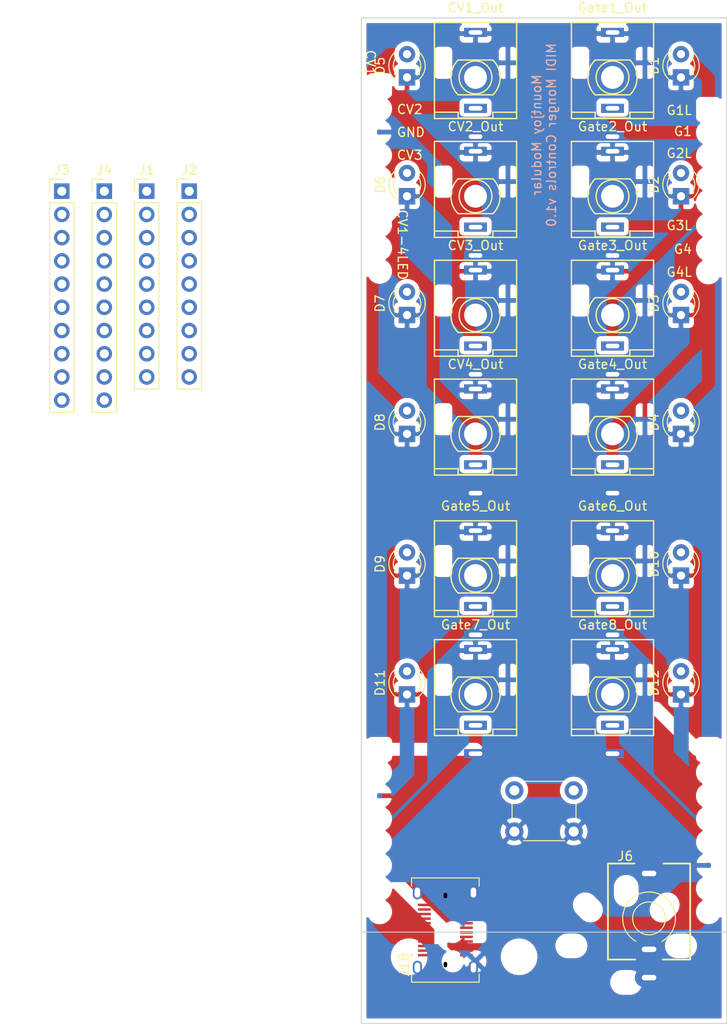
<source format=kicad_pcb>
(kicad_pcb (version 20240108) (generator "pcbnew") (generator_version "8.0")
  (layers (0 "F.Cu" signal) (31 "B.Cu" signal) (34 "B.Paste" user) (35 "F.Paste" user) (36 "B.SilkS" user "B.Silkscreen") (37 "F.SilkS" user "F.Silkscreen") (38 "B.Mask" user) (39 "F.Mask" user) (44 "Edge.Cuts" user))
  (net 0 "")
  (net 1 "GND")
  (net 2 "/GATE1_LED_OUT")
  (net 3 "/GATE2_LED_OUT")
  (net 4 "/GATE3_LED_OUT")
  (net 5 "/GATE4_LED_OUT")
  (net 6 "/CV1_LED_OUT")
  (net 7 "/CV2_LED_OUT")
  (net 8 "/CV3_LED_OUT")
  (net 9 "/CV4_LED_OUT")
  (net 10 "/GATE5_LED_OUT")
  (net 11 "/GATE6_LED_OUT")
  (net 12 "/GATE7_LED_OUT")
  (net 13 "/GATE8_LED_OUT")
  (net 14 "/GATE7_OUT")
  (net 15 "/GATE3_OUT")
  (net 16 "/GATE1_OUT")
  (net 17 "/GATE5_OUT")
  (net 18 "/GATE8_OUT")
  (net 19 "/GATE4_OUT")
  (net 20 "/GATE6_OUT")
  (net 21 "/GATE2_OUT")
  (net 22 "/NRST")
  (net 23 "/MIDI_VREF")
  (net 24 "+5V")
  (net 25 "/MIDI_DATA")
  (net 27 "/CV4_OUT")
  (net 28 "/CV1_OUT")
  (net 30 "/MODE_SWITCH")
  (net 31 "/USB_DP")
  (net 32 "/USB_VBUS")
  (net 33 "/CV3_OUT")
  (net 34 "/USB_DM")
  (net 35 "/CV2_OUT")
  (footprint "LED_THT:LED_D3.0mm_FlatTop" (layer "F.Cu") (at 131 46.5 90)
    (property "Reference" "D1" (at 1.27 -2.96 90) (layer "F.SilkS"))
    (property "Value" "GATE1")
    (pad "1" thru_hole rect (at 0 0 90) (size 1.8 1.8) (drill 0.9) (layers "*.Cu" "*.Mask") (net 1 "GND"))
    (pad "2" thru_hole circle (at 2.54 0 90) (size 1.8 1.8) (drill 0.9) (layers "*.Cu" "*.Mask") (net 2 "/GATE1_LED_OUT"))
  )
  (footprint "LED_THT:LED_D3.0mm_FlatTop" (layer "F.Cu") (at 131 59.5 90)
    (property "Reference" "D2" (at 1.27 -2.96 90) (layer "F.SilkS"))
    (property "Value" "GATE2")
    (pad "1" thru_hole rect (at 0 0 90) (size 1.8 1.8) (drill 0.9) (layers "*.Cu" "*.Mask") (net 1 "GND"))
    (pad "2" thru_hole circle (at 2.54 0 90) (size 1.8 1.8) (drill 0.9) (layers "*.Cu" "*.Mask") (net 3 "/GATE2_LED_OUT"))
  )
  (footprint "LED_THT:LED_D3.0mm_FlatTop" (layer "F.Cu") (at 131 85.5 90)
    (property "Reference" "D4" (at 1.27 -2.96 90) (layer "F.SilkS"))
    (property "Value" "GATE4")
    (pad "1" thru_hole rect (at 0 0 90) (size 1.8 1.8) (drill 0.9) (layers "*.Cu" "*.Mask") (net 1 "GND"))
    (pad "2" thru_hole circle (at 2.54 0 90) (size 1.8 1.8) (drill 0.9) (layers "*.Cu" "*.Mask") (net 5 "/GATE4_LED_OUT"))
  )
  (footprint "LED_THT:LED_D3.0mm_FlatTop" (layer "F.Cu") (at 101 59.5 90)
    (property "Reference" "D6" (at 1.27 -2.96 90) (layer "F.SilkS"))
    (property "Value" "CV2")
    (pad "1" thru_hole rect (at 0 0 90) (size 1.8 1.8) (drill 0.9) (layers "*.Cu" "*.Mask") (net 1 "GND"))
    (pad "2" thru_hole circle (at 2.54 0 90) (size 1.8 1.8) (drill 0.9) (layers "*.Cu" "*.Mask") (net 7 "/CV2_LED_OUT"))
  )
  (footprint "LED_THT:LED_D3.0mm_FlatTop" (layer "F.Cu") (at 101 72.5 90)
    (property "Reference" "D7" (at 1.27 -2.96 90) (layer "F.SilkS"))
    (property "Value" "CV3")
    (pad "1" thru_hole rect (at 0 0 90) (size 1.8 1.8) (drill 0.9) (layers "*.Cu" "*.Mask") (net 1 "GND"))
    (pad "2" thru_hole circle (at 2.54 0 90) (size 1.8 1.8) (drill 0.9) (layers "*.Cu" "*.Mask") (net 8 "/CV3_LED_OUT"))
  )
  (footprint "LED_THT:LED_D3.0mm_FlatTop" (layer "F.Cu") (at 101 85.5 90)
    (property "Reference" "D8" (at 1.27 -2.96 90) (layer "F.SilkS"))
    (property "Value" "CV4")
    (pad "1" thru_hole rect (at 0 0 90) (size 1.8 1.8) (drill 0.9) (layers "*.Cu" "*.Mask") (net 1 "GND"))
    (pad "2" thru_hole circle (at 2.54 0 90) (size 1.8 1.8) (drill 0.9) (layers "*.Cu" "*.Mask") (net 9 "/CV4_LED_OUT"))
  )
  (footprint "LED_THT:LED_D3.0mm_FlatTop" (layer "F.Cu") (at 131 101 90)
    (property "Reference" "D10" (at 1.27 -2.96 90) (layer "F.SilkS"))
    (property "Value" "GATE6")
    (pad "1" thru_hole rect (at 0 0 90) (size 1.8 1.8) (drill 0.9) (layers "*.Cu" "*.Mask") (net 1 "GND"))
    (pad "2" thru_hole circle (at 2.54 0 90) (size 1.8 1.8) (drill 0.9) (layers "*.Cu" "*.Mask") (net 11 "/GATE6_LED_OUT"))
  )
  (footprint "LED_THT:LED_D3.0mm_FlatTop" (layer "F.Cu") (at 101 114 90)
    (property "Reference" "D11" (at 1.27 -2.96 90) (layer "F.SilkS"))
    (property "Value" "GATE7")
    (pad "1" thru_hole rect (at 0 0 90) (size 1.8 1.8) (drill 0.9) (layers "*.Cu" "*.Mask") (net 1 "GND"))
    (pad "2" thru_hole circle (at 2.54 0 90) (size 1.8 1.8) (drill 0.9) (layers "*.Cu" "*.Mask") (net 12 "/GATE7_LED_OUT"))
  )
  (footprint "Custom_Footprints:THONKICONN_hole" (layer "F.Cu") (at 123.5 72.5)
    (property "Reference" "J5" (hide yes))
    (property "Value" "Gate3_Out" (at 0 -7.62 0) (layer "F.SilkS"))
    (pad "" np_thru_hole circle (at 0 0) (size 2.5 2.5) (drill 2.5) (layers "*.Cu" "*.Mask"))
    (pad "1" thru_hole rect (at 0 6.48) (size 2.5 1) (drill oval 1.5 0.5) (layers "*.Cu" "*.Mask") (net 1 "GND"))
    (pad "2" thru_hole rect (at 0 3.38) (size 2.5 1) (drill oval 1.5 0.5) (layers "*.Cu" "*.Mask"))
    (pad "3" thru_hole rect (at 0 -4.92) (size 2.5 1) (drill oval 1.5 0.5) (layers "*.Cu" "*.Mask") (net 15 "/GATE3_OUT"))
  )
  (footprint "Custom_Footprints:THONKICONN_hole" (layer "F.Cu") (at 123.5 85.5)
    (property "Reference" "J7" (hide yes))
    (property "Value" "Gate4_Out" (at 0 -7.62 0) (layer "F.SilkS"))
    (pad "" np_thru_hole circle (at 0 0) (size 2.5 2.5) (drill 2.5) (layers "*.Cu" "*.Mask"))
    (pad "1" thru_hole rect (at 0 6.48) (size 2.5 1) (drill oval 1.5 0.5) (layers "*.Cu" "*.Mask") (net 1 "GND"))
    (pad "2" thru_hole rect (at 0 3.38) (size 2.5 1) (drill oval 1.5 0.5) (layers "*.Cu" "*.Mask"))
    (pad "3" thru_hole rect (at 0 -4.92) (size 2.5 1) (drill oval 1.5 0.5) (layers "*.Cu" "*.Mask") (net 19 "/GATE4_OUT"))
  )
  (footprint "Custom_Footprints:THONKICONN_hole" (layer "F.Cu") (at 123.5 46.5)
    (property "Reference" "J8" (hide yes))
    (property "Value" "Gate1_Out" (at 0 -7.62 0) (layer "F.SilkS"))
    (pad "" np_thru_hole circle (at 0 0) (size 2.5 2.5) (drill 2.5) (layers "*.Cu" "*.Mask"))
    (pad "1" thru_hole rect (at 0 6.48) (size 2.5 1) (drill oval 1.5 0.5) (layers "*.Cu" "*.Mask") (net 1 "GND"))
    (pad "2" thru_hole rect (at 0 3.38) (size 2.5 1) (drill oval 1.5 0.5) (layers "*.Cu" "*.Mask"))
    (pad "3" thru_hole rect (at 0 -4.92) (size 2.5 1) (drill oval 1.5 0.5) (layers "*.Cu" "*.Mask") (net 16 "/GATE1_OUT"))
  )
  (footprint "Custom_Footprints:THONKICONN_hole" (layer "F.Cu") (at 123.5 59.5)
    (property "Reference" "J9" (hide yes))
    (property "Value" "Gate2_Out" (at 0 -7.62 0) (layer "F.SilkS"))
    (pad "" np_thru_hole circle (at 0 0) (size 2.5 2.5) (drill 2.5) (layers "*.Cu" "*.Mask"))
    (pad "1" thru_hole rect (at 0 6.48) (size 2.5 1) (drill oval 1.5 0.5) (layers "*.Cu" "*.Mask") (net 1 "GND"))
    (pad "2" thru_hole rect (at 0 3.38) (size 2.5 1) (drill oval 1.5 0.5) (layers "*.Cu" "*.Mask"))
    (pad "3" thru_hole rect (at 0 -4.92) (size 2.5 1) (drill oval 1.5 0.5) (layers "*.Cu" "*.Mask") (net 21 "/GATE2_OUT"))
  )
  (footprint "Custom_Footprints:THONKICONN_hole" (layer "F.Cu") (at 123.5 101)
    (property "Reference" "J11" (hide yes))
    (property "Value" "Gate6_Out" (at 0 -7.62 0) (layer "F.SilkS"))
    (pad "" np_thru_hole circle (at 0 0) (size 2.5 2.5) (drill 2.5) (layers "*.Cu" "*.Mask"))
    (pad "1" thru_hole rect (at 0 6.48) (size 2.5 1) (drill oval 1.5 0.5) (layers "*.Cu" "*.Mask") (net 1 "GND"))
    (pad "2" thru_hole rect (at 0 3.38) (size 2.5 1) (drill oval 1.5 0.5) (layers "*.Cu" "*.Mask"))
    (pad "3" thru_hole rect (at 0 -4.92) (size 2.5 1) (drill oval 1.5 0.5) (layers "*.Cu" "*.Mask") (net 20 "/GATE6_OUT"))
  )
  (footprint "Custom_Footprints:THONKICONN_hole" (layer "F.Cu") (at 108.5 59.5)
    (property "Reference" "J15" (hide yes))
    (property "Value" "CV2_Out" (at 0 -7.62 0) (layer "F.SilkS"))
    (pad "" np_thru_hole circle (at 0 0) (size 2.5 2.5) (drill 2.5) (layers "*.Cu" "*.Mask"))
    (pad "1" thru_hole rect (at 0 6.48) (size 2.5 1) (drill oval 1.5 0.5) (layers "*.Cu" "*.Mask") (net 1 "GND"))
    (pad "2" thru_hole rect (at 0 3.38) (size 2.5 1) (drill oval 1.5 0.5) (layers "*.Cu" "*.Mask"))
    (pad "3" thru_hole rect (at 0 -4.92) (size 2.5 1) (drill oval 1.5 0.5) (layers "*.Cu" "*.Mask") (net 35 "/CV2_OUT"))
  )
  (footprint "Custom_Footprints:THONKICONN_hole" (layer "F.Cu") (at 123.5 114)
    (property "Reference" "J13" (hide yes))
    (property "Value" "Gate8_Out" (at 0 -7.62 0) (layer "F.SilkS"))
    (pad "" np_thru_hole circle (at 0 0) (size 2.5 2.5) (drill 2.5) (layers "*.Cu" "*.Mask"))
    (pad "1" thru_hole rect (at 0 6.48) (size 2.5 1) (drill oval 1.5 0.5) (layers "*.Cu" "*.Mask") (net 1 "GND"))
    (pad "2" thru_hole rect (at 0 3.38) (size 2.5 1) (drill oval 1.5 0.5) (layers "*.Cu" "*.Mask"))
    (pad "3" thru_hole rect (at 0 -4.92) (size 2.5 1) (drill oval 1.5 0.5) (layers "*.Cu" "*.Mask") (net 18 "/GATE8_OUT"))
  )
  (footprint "LED_THT:LED_D3.0mm_FlatTop" (layer "F.Cu") (at 131 114 90)
    (property "Reference" "D12" (at 1.27 -2.96 90) (layer "F.SilkS"))
    (property "Value" "GATE8")
    (pad "1" thru_hole rect (at 0 0 90) (size 1.8 1.8) (drill 0.9) (layers "*.Cu" "*.Mask") (net 1 "GND"))
    (pad "2" thru_hole circle (at 2.54 0 90) (size 1.8 1.8) (drill 0.9) (layers "*.Cu" "*.Mask") (net 13 "/GATE8_LED_OUT"))
  )
  (footprint "Custom_Footprints:THONKICONN_hole" (layer "F.Cu") (at 108.5 85.5)
    (property "Reference" "J17" (hide yes))
    (property "Value" "CV4_Out" (at 0 -7.62 0) (layer "F.SilkS"))
    (pad "" np_thru_hole circle (at 0 0) (size 2.5 2.5) (drill 2.5) (layers "*.Cu" "*.Mask"))
    (pad "1" thru_hole rect (at 0 6.48) (size 2.5 1) (drill oval 1.5 0.5) (layers "*.Cu" "*.Mask") (net 1 "GND"))
    (pad "2" thru_hole rect (at 0 3.38) (size 2.5 1) (drill oval 1.5 0.5) (layers "*.Cu" "*.Mask"))
    (pad "3" thru_hole rect (at 0 -4.92) (size 2.5 1) (drill oval 1.5 0.5) (layers "*.Cu" "*.Mask") (net 27 "/CV4_OUT"))
  )
  (footprint "LED_THT:LED_D3.0mm_FlatTop" (layer "F.Cu") (at 131 72.5 90)
    (property "Reference" "D3" (at 1.27 -2.96 90) (layer "F.SilkS"))
    (property "Value" "GATE3")
    (pad "1" thru_hole rect (at 0 0 90) (size 1.8 1.8) (drill 0.9) (layers "*.Cu" "*.Mask") (net 1 "GND"))
    (pad "2" thru_hole circle (at 2.54 0 90) (size 1.8 1.8) (drill 0.9) (layers "*.Cu" "*.Mask") (net 4 "/GATE3_LED_OUT"))
  )
  (footprint "Custom_Footprints:THONKICONN_hole" (layer "F.Cu") (at 108.5 72.5)
    (property "Reference" "J16" (hide yes))
    (property "Value" "CV3_Out" (at 0 -7.62 0) (layer "F.SilkS"))
    (pad "" np_thru_hole circle (at 0 0) (size 2.5 2.5) (drill 2.5) (layers "*.Cu" "*.Mask"))
    (pad "1" thru_hole rect (at 0 6.48) (size 2.5 1) (drill oval 1.5 0.5) (layers "*.Cu" "*.Mask") (net 1 "GND"))
    (pad "2" thru_hole rect (at 0 3.38) (size 2.5 1) (drill oval 1.5 0.5) (layers "*.Cu" "*.Mask"))
    (pad "3" thru_hole rect (at 0 -4.92) (size 2.5 1) (drill oval 1.5 0.5) (layers "*.Cu" "*.Mask") (net 33 "/CV3_OUT"))
  )
  (footprint "Custom_Footprints:THONKICONN_hole" (layer "F.Cu") (at 108.5 114)
    (property "Reference" "J12" (hide yes))
    (property "Value" "Gate7_Out" (at 0 -7.62 0) (layer "F.SilkS"))
    (pad "" np_thru_hole circle (at 0 0) (size 2.5 2.5) (drill 2.5) (layers "*.Cu" "*.Mask"))
    (pad "1" thru_hole rect (at 0 6.48) (size 2.5 1) (drill oval 1.5 0.5) (layers "*.Cu" "*.Mask") (net 1 "GND"))
    (pad "2" thru_hole rect (at 0 3.38) (size 2.5 1) (drill oval 1.5 0.5) (layers "*.Cu" "*.Mask"))
    (pad "3" thru_hole rect (at 0 -4.92) (size 2.5 1) (drill oval 1.5 0.5) (layers "*.Cu" "*.Mask") (net 14 "/GATE7_OUT"))
  )
  (footprint "LED_THT:LED_D3.0mm_FlatTop" (layer "F.Cu") (at 101 101 90)
    (property "Reference" "D9" (at 1.27 -2.96 90) (layer "F.SilkS"))
    (property "Value" "GATE5")
    (pad "1" thru_hole rect (at 0 0 90) (size 1.8 1.8) (drill 0.9) (layers "*.Cu" "*.Mask") (net 1 "GND"))
    (pad "2" thru_hole circle (at 2.54 0 90) (size 1.8 1.8) (drill 0.9) (layers "*.Cu" "*.Mask") (net 10 "/GATE5_LED_OUT"))
  )
  (footprint "LED_THT:LED_D3.0mm_FlatTop" (layer "F.Cu") (at 101 46.5 90)
    (property "Reference" "D5" (at 1.27 -2.96 90) (layer "F.SilkS"))
    (property "Value" "CV1")
    (pad "1" thru_hole rect (at 0 0 90) (size 1.8 1.8) (drill 0.9) (layers "*.Cu" "*.Mask") (net 1 "GND"))
    (pad "2" thru_hole circle (at 2.54 0 90) (size 1.8 1.8) (drill 0.9) (layers "*.Cu" "*.Mask") (net 6 "/CV1_LED_OUT"))
  )
  (footprint "Custom_Footprints:THONKICONN_hole" (layer "F.Cu") (at 108.5 46.5)
    (property "Reference" "J14" (hide yes))
    (property "Value" "CV1_Out" (at 0 -7.62 0) (layer "F.SilkS"))
    (pad "" np_thru_hole circle (at 0 0) (size 2.5 2.5) (drill 2.5) (layers "*.Cu" "*.Mask"))
    (pad "1" thru_hole rect (at 0 6.48) (size 2.5 1) (drill oval 1.5 0.5) (layers "*.Cu" "*.Mask") (net 1 "GND"))
    (pad "2" thru_hole rect (at 0 3.38) (size 2.5 1) (drill oval 1.5 0.5) (layers "*.Cu" "*.Mask"))
    (pad "3" thru_hole rect (at 0 -4.92) (size 2.5 1) (drill oval 1.5 0.5) (layers "*.Cu" "*.Mask") (net 28 "/CV1_OUT"))
  )
  (footprint "Custom_Footprints:THONKICONN_hole" (layer "F.Cu") (at 108.5 101)
    (property "Reference" "J10" (hide yes))
    (property "Value" "Gate5_Out" (at 0 -7.62 0) (layer "F.SilkS"))
    (pad "" np_thru_hole circle (at 0 0) (size 2.5 2.5) (drill 2.5) (layers "*.Cu" "*.Mask"))
    (pad "1" thru_hole rect (at 0 6.48) (size 2.5 1) (drill oval 1.5 0.5) (layers "*.Cu" "*.Mask") (net 1 "GND"))
    (pad "2" thru_hole rect (at 0 3.38) (size 2.5 1) (drill oval 1.5 0.5) (layers "*.Cu" "*.Mask"))
    (pad "3" thru_hole rect (at 0 -4.92) (size 2.5 1) (drill oval 1.5 0.5) (layers "*.Cu" "*.Mask") (net 17 "/GATE5_OUT"))
  )
  (footprint "Buttons_Switches_THT:SW_PUSH_6mm" (layer "F.Cu") (at 112.75 124.5)
    (property "Reference" "SW1" (hide yes))
    (property "Value" "Reset_Button")
    (pad "1" thru_hole circle (at 0 0 90) (size 2 2) (drill 1.1) (layers "*.Cu" "*.Mask") (net 22 "/NRST"))
    (pad "1" thru_hole circle (at 6.5 0 90) (size 2 2) (drill 1.1) (layers "*.Cu" "*.Mask") (net 22 "/NRST"))
    (pad "2" thru_hole circle (at 0 4.5 90) (size 2 2) (drill 1.1) (layers "*.Cu" "*.Mask") (net 1 "GND"))
    (pad "2" thru_hole circle (at 6.5 4.5 90) (size 2 2) (drill 1.1) (layers "*.Cu" "*.Mask") (net 1 "GND"))
  )
  (footprint "Custom_Footprints:USB_C_Receptacle_Amphenol_12401951E412A" (layer "F.Cu") (at 105.2 139.775 90)
    (property "Reference" "J18" (at -3.8 -4.5 90) (layer "F.SilkS"))
    (property "Value" "USB_C_Receptacle")
    (pad "" np_thru_hole oval (at -3.775 0 90) (size 0.6 0.4) (drill oval 0.6 0.4) (layers "*.Mask"))
    (pad "" np_thru_hole oval (at 3.775 0 90) (size 0.6 0.4) (drill oval 0.6 0.4) (layers "*.Mask"))
    (pad "A1" smd rect (at -2.75 -2.3 90) (size 0.27 1.4) (layers "F.Cu" "F.Paste" "F.Mask") (net 1 "GND"))
    (pad "A2" smd rect (at -2.25 -2.3 90) (size 0.27 1.4) (layers "F.Cu" "F.Paste" "F.Mask"))
    (pad "A3" smd rect (at -1.75 -2.3 90) (size 0.27 1.4) (layers "F.Cu" "F.Paste" "F.Mask"))
    (pad "A4" smd rect (at -1.25 -2.3 90) (size 0.27 1.4) (layers "F.Cu" "F.Paste" "F.Mask") (net 32 "/USB_VBUS"))
    (pad "A5" smd rect (at -0.75 -2.3 90) (size 0.27 1.4) (layers "F.Cu" "F.Paste" "F.Mask"))
    (pad "A6" smd rect (at -0.25 -2.3 90) (size 0.27 1.4) (layers "F.Cu" "F.Paste" "F.Mask") (net 31 "/USB_DP"))
    (pad "A7" smd rect (at 0.25 -2.3 90) (size 0.27 1.4) (layers "F.Cu" "F.Paste" "F.Mask") (net 34 "/USB_DM"))
    (pad "A8" smd rect (at 0.75 -2.3 90) (size 0.27 1.4) (layers "F.Cu" "F.Paste" "F.Mask"))
    (pad "A9" smd rect (at 1.25 -2.3 90) (size 0.27 1.4) (layers "F.Cu" "F.Paste" "F.Mask") (net 32 "/USB_VBUS"))
    (pad "A10" smd rect (at 1.75 -2.3 90) (size 0.27 1.4) (layers "F.Cu" "F.Paste" "F.Mask"))
    (pad "A11" smd rect (at 2.25 -2.3 90) (size 0.27 1.4) (layers "F.Cu" "F.Paste" "F.Mask"))
    (pad "A12" smd rect (at 2.75 -2.3 90) (size 0.27 1.4) (layers "F.Cu" "F.Paste" "F.Mask") (net 1 "GND"))
    (pad "B1" smd rect (at 2.75 2.3 90) (size 0.27 1.4) (layers "F.Cu" "F.Paste" "F.Mask") (net 1 "GND"))
    (pad "B2" smd rect (at 2.25 2.3 90) (size 0.27 1.4) (layers "F.Cu" "F.Paste" "F.Mask"))
    (pad "B3" smd rect (at 1.75 2.3 90) (size 0.27 1.4) (layers "F.Cu" "F.Paste" "F.Mask"))
    (pad "B4" smd rect (at 1.25 2.3 90) (size 0.27 1.4) (layers "F.Cu" "F.Paste" "F.Mask") (net 32 "/USB_VBUS"))
    (pad "B5" smd rect (at 0.75 2.3 90) (size 0.27 1.4) (layers "F.Cu" "F.Paste" "F.Mask"))
    (pad "B6" smd rect (at 0.25 2.3 90) (size 0.27 1.4) (layers "F.Cu" "F.Paste" "F.Mask") (net 31 "/USB_DP"))
    (pad "B7" smd rect (at -0.25 2.3 90) (size 0.27 1.4) (layers "F.Cu" "F.Paste" "F.Mask") (net 34 "/USB_DM"))
    (pad "B8" smd rect (at -0.75 2.3 90) (size 0.27 1.4) (layers "F.Cu" "F.Paste" "F.Mask"))
    (pad "B9" smd rect (at -1.25 2.3 90) (size 0.27 1.4) (layers "F.Cu" "F.Paste" "F.Mask") (net 32 "/USB_VBUS"))
    (pad "B10" smd rect (at -1.75 2.3 90) (size 0.27 1.4) (layers "F.Cu" "F.Paste" "F.Mask"))
    (pad "B11" smd rect (at -2.25 2.3 90) (size 0.27 1.4) (layers "F.Cu" "F.Paste" "F.Mask"))
    (pad "B12" smd rect (at -2.75 2.3 90) (size 0.27 1.4) (layers "F.Cu" "F.Paste" "F.Mask") (net 1 "GND"))
    (pad "S1" thru_hole oval (at -4.1 -3.07 180) (size 1 1.5) (drill oval 0.6 1.1) (layers "*.Cu" "*.Mask") (net 1 "GND"))
    (pad "S1" thru_hole oval (at -4.1 3.07 180) (size 1 1.5) (drill oval 0.6 1.1) (layers "*.Cu" "*.Mask") (net 1 "GND"))
    (pad "S1" thru_hole oval (at 4.1 -3.07 180) (size 1 1.5) (drill oval 0.6 1.1) (layers "*.Cu" "*.Mask") (net 1 "GND"))
    (pad "S1" thru_hole oval (at 4.1 3.07 180) (size 1 1.5) (drill oval 0.6 1.1) (layers "*.Cu" "*.Mask") (net 1 "GND"))
  )
  (footprint "Connector_PinHeader_2.54mm:PinHeader_1x09_P2.54mm_Vertical" (layer "F.Cu") (at 72.5 58.95)
    (property "Reference" "J1" (at 0 -2.33 0) (layer "F.SilkS"))
    (property "Value" "Conn_01x09_Male")
    (pad "1" thru_hole rect (at 0 0) (size 1.7 1.7) (drill 1) (layers "*.Cu" "*.Mask") (net 16 "/GATE1_OUT"))
    (pad "2" thru_hole oval (at 0 2.54) (size 1.7 1.7) (drill 1) (layers "*.Cu" "*.Mask") (net 3 "/GATE2_LED_OUT"))
    (pad "3" thru_hole oval (at 0 5.08) (size 1.7 1.7) (drill 1) (layers "*.Cu" "*.Mask") (net 15 "/GATE3_OUT"))
    (pad "4" thru_hole oval (at 0 7.62) (size 1.7 1.7) (drill 1) (layers "*.Cu" "*.Mask") (net 5 "/GATE4_LED_OUT"))
    (pad "5" thru_hole oval (at 0 10.16) (size 1.7 1.7) (drill 1) (layers "*.Cu" "*.Mask") (net 1 "GND"))
    (pad "6" thru_hole oval (at 0 12.7) (size 1.7 1.7) (drill 1) (layers "*.Cu" "*.Mask") (net 17 "/GATE5_OUT"))
    (pad "7" thru_hole oval (at 0 15.24) (size 1.7 1.7) (drill 1) (layers "*.Cu" "*.Mask") (net 11 "/GATE6_LED_OUT"))
    (pad "8" thru_hole oval (at 0 17.78) (size 1.7 1.7) (drill 1) (layers "*.Cu" "*.Mask") (net 14 "/GATE7_OUT"))
    (pad "9" thru_hole oval (at 0 20.32) (size 1.7 1.7) (drill 1) (layers "*.Cu" "*.Mask") (net 13 "/GATE8_LED_OUT"))
  )
  (footprint "Connector_PinHeader_2.54mm:PinHeader_1x09_P2.54mm_Vertical" (layer "F.Cu") (at 77.15 58.95)
    (property "Reference" "J2" (at 0 -2.33 0) (layer "F.SilkS"))
    (property "Value" "Conn_01x09_Male")
    (pad "1" thru_hole rect (at 0 0) (size 1.7 1.7) (drill 1) (layers "*.Cu" "*.Mask") (net 2 "/GATE1_LED_OUT"))
    (pad "2" thru_hole oval (at 0 2.54) (size 1.7 1.7) (drill 1) (layers "*.Cu" "*.Mask") (net 21 "/GATE2_OUT"))
    (pad "3" thru_hole oval (at 0 5.08) (size 1.7 1.7) (drill 1) (layers "*.Cu" "*.Mask") (net 4 "/GATE3_LED_OUT"))
    (pad "4" thru_hole oval (at 0 7.62) (size 1.7 1.7) (drill 1) (layers "*.Cu" "*.Mask") (net 19 "/GATE4_OUT"))
    (pad "5" thru_hole oval (at 0 10.16) (size 1.7 1.7) (drill 1) (layers "*.Cu" "*.Mask") (net 1 "GND"))
    (pad "6" thru_hole oval (at 0 12.7) (size 1.7 1.7) (drill 1) (layers "*.Cu" "*.Mask") (net 10 "/GATE5_LED_OUT"))
    (pad "7" thru_hole oval (at 0 15.24) (size 1.7 1.7) (drill 1) (layers "*.Cu" "*.Mask") (net 20 "/GATE6_OUT"))
    (pad "8" thru_hole oval (at 0 17.78) (size 1.7 1.7) (drill 1) (layers "*.Cu" "*.Mask") (net 18 "/GATE8_OUT"))
    (pad "9" thru_hole oval (at 0 20.32) (size 1.7 1.7) (drill 1) (layers "*.Cu" "*.Mask") (net 12 "/GATE7_LED_OUT"))
  )
  (footprint "Connector_PinHeader_2.54mm:PinHeader_1x10_P2.54mm_Vertical" (layer "F.Cu") (at 67.85 58.95)
    (property "Reference" "J4" (at 0 -2.33 0) (layer "F.SilkS"))
    (property "Value" "Conn_01x08_Male")
    (pad "1" thru_hole rect (at 0 0) (size 1.7 1.7) (drill 1) (layers "*.Cu" "*.Mask") (net 32 "/USB_VBUS"))
    (pad "2" thru_hole oval (at 0 2.54) (size 1.7 1.7) (drill 1) (layers "*.Cu" "*.Mask") (net 34 "/USB_DM"))
    (pad "3" thru_hole oval (at 0 5.08) (size 1.7 1.7) (drill 1) (layers "*.Cu" "*.Mask") (net 31 "/USB_DP"))
    (pad "4" thru_hole oval (at 0 7.62) (size 1.7 1.7) (drill 1) (layers "*.Cu" "*.Mask") (net 1 "GND"))
    (pad "5" thru_hole oval (at 0 10.16) (size 1.7 1.7) (drill 1) (layers "*.Cu" "*.Mask") (net 33 "/CV3_OUT"))
    (pad "6" thru_hole oval (at 0 12.7) (size 1.7 1.7) (drill 1) (layers "*.Cu" "*.Mask") (net 35 "/CV2_OUT"))
    (pad "7" thru_hole oval (at 0 15.24) (size 1.7 1.7) (drill 1) (layers "*.Cu" "*.Mask") (net 28 "/CV1_OUT"))
    (pad "8" thru_hole oval (at 0 17.78) (size 1.7 1.7) (drill 1) (layers "*.Cu" "*.Mask") (net 27 "/CV4_OUT"))
    (pad "9" thru_hole oval (at 0 20.32) (size 1.7 1.7) (drill 1) (layers "*.Cu" "*.Mask") (net 30 "/MODE_SWITCH"))
    (pad "10" thru_hole oval (at 0 22.86) (size 1.7 1.7) (drill 1) (layers "*.Cu" "*.Mask"))
  )
  (footprint "Custom_Footprints:Thonkiconn_Stereo-PJ366ST" (layer "F.Cu") (at 127.5 138.5)
    (property "Reference" "J6" (at -2.6 -6.8 0) (layer "F.SilkS"))
    (property "Value" "MIDI_IN")
    (pad "R" thru_hole roundrect (at 0 3.38) (size 2.6 2.6) (drill oval 1.6 0.6) (layers "*.Cu" "*.Mask") (net 23 "/MIDI_VREF"))
    (pad "S" thru_hole oval (at 0 6.48) (size 3.1 2.1) (drill oval 1.6 0.6) (layers "*.Cu" "*.Mask"))
    (pad "T" thru_hole roundrect (at 0 -4.92) (size 2.6 2.6) (drill oval 1.6 0.6) (layers "*.Cu" "*.Mask") (net 25 "/MIDI_DATA"))
  )
  (footprint "Connector_PinHeader_2.54mm:PinHeader_1x10_P2.54mm_Vertical" (layer "F.Cu") (at 63.2 58.95)
    (property "Reference" "J3" (at 0 -2.33 0) (layer "F.SilkS"))
    (property "Value" "Conn_01x08_Male")
    (pad "1" thru_hole rect (at 0 0) (size 1.7 1.7) (drill 1) (layers "*.Cu" "*.Mask") (net 22 "/NRST"))
    (pad "2" thru_hole oval (at 0 2.54) (size 1.7 1.7) (drill 1) (layers "*.Cu" "*.Mask") (net 6 "/CV1_LED_OUT"))
    (pad "3" thru_hole oval (at 0 5.08) (size 1.7 1.7) (drill 1) (layers "*.Cu" "*.Mask") (net 7 "/CV2_LED_OUT"))
    (pad "4" thru_hole oval (at 0 7.62) (size 1.7 1.7) (drill 1) (layers "*.Cu" "*.Mask") (net 8 "/CV3_LED_OUT"))
    (pad "5" thru_hole oval (at 0 10.16) (size 1.7 1.7) (drill 1) (layers "*.Cu" "*.Mask") (net 9 "/CV4_LED_OUT"))
    (pad "6" thru_hole oval (at 0 12.7) (size 1.7 1.7) (drill 1) (layers "*.Cu" "*.Mask") (net 23 "/MIDI_VREF"))
    (pad "7" thru_hole oval (at 0 15.24) (size 1.7 1.7) (drill 1) (layers "*.Cu" "*.Mask") (net 25 "/MIDI_DATA"))
    (pad "8" thru_hole oval (at 0 17.78) (size 1.7 1.7) (drill 1) (layers "*.Cu" "*.Mask") (net 1 "GND"))
    (pad "9" thru_hole oval (at 0 20.32) (size 1.7 1.7) (drill 1) (layers "*.Cu" "*.Mask") (net 24 "+5V"))
    (pad "10" thru_hole oval (at 0 22.86) (size 1.7 1.7) (drill 1) (layers "*.Cu" "*.Mask"))
  )
  (gr_line (start 96 40) (end 136 40) (stroke (width 0.1)) (layer "Edge.Cuts"))
  (gr_line (start 96 150) (end 136 150) (stroke (width 0.1)) (layer "Edge.Cuts"))
  (gr_rect (start 96 40) (end 136 140) (stroke (width 0.1)) (fill none) (layer "Edge.Cuts"))
  (gr_line (start 96 40) (end 96 150) (stroke (width 0.1)) (layer "Edge.Cuts"))
  (gr_line (start 136 40) (end 136 150) (stroke (width 0.1)) (layer "Edge.Cuts"))
  (gr_text "Mountjoy Modular\nMIDI Monger Controls v1.0" (at 116 52.8 90) (layer "B.SilkS") (effects (font (size 1 1)) (justify mirror)))
  (gr_text "CV2" (at 101.3 50 0) (layer "F.SilkS") (effects (font (size 1 1))))
  (gr_text "GND" (at 101.419047 52.5 0) (layer "F.SilkS") (effects (font (size 1 1))))
  (gr_text "CV3" (at 101.3 55 0) (layer "F.SilkS") (effects (font (size 1 1))))
  (gr_text "CV1-4LED" (at 100.5 64.8 270) (layer "F.SilkS") (effects (font (size 1 1))))
  (gr_text "G1L" (at 130.8 50.1 0) (layer "F.SilkS") (effects (font (size 1 1))))
  (gr_text "G1" (at 131.204762 52.4 0) (layer "F.SilkS") (effects (font (size 1 1))))
  (gr_text "G2L" (at 130.8 54.8 0) (layer "F.SilkS") (effects (font (size 1 1))))
  (gr_text "G3L" (at 130.8 62.7 0) (layer "F.SilkS") (effects (font (size 1 1))))
  (gr_text "G4" (at 131.204762 65.3 0) (layer "F.SilkS") (effects (font (size 1 1))))
  (gr_text "G4L" (at 130.8 67.8 0) (layer "F.SilkS") (effects (font (size 1 1))))
  (gr_text "CV1" (at 97 44.9 270) (layer "F.SilkS") (effects (font (size 1 1))))
  (zone (net 1) (net_name "GND") (layer "F.Cu") (connect_pads (clearance 0.508)) (min_thickness 0.254) (fill yes (thermal_gap 0.508) (thermal_bridge_width 0.508))
    (polygon (pts (xy 96 40) (xy 136 40) (xy 136 150) (xy 96 150)))
  )
  (zone (net 1) (net_name "GND") (layer "B.Cu") (connect_pads (clearance 0.508)) (min_thickness 0.254) (fill yes (thermal_gap 0.508) (thermal_bridge_width 0.508))
    (polygon (pts (xy 96 40) (xy 136 40) (xy 136 150) (xy 96 150)))
  )
)
</source>
